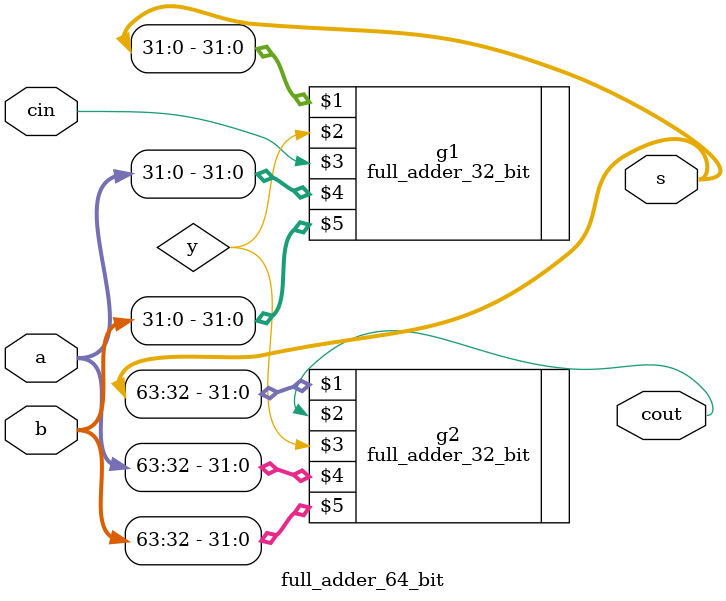
<source format=v>
`timescale 1ns / 1ps
module full_adder_64_bit(s,  cout, cin, a, b
    );
input [63:0]a;
input [63:0]b;
input cin;
output [63:0]s;
output cout;

wire y;

full_adder_32_bit g1(s[31:0], y, cin, a[31:0], b[31:0]);
full_adder_32_bit g2(s[63:32], cout, y, a[63:32], b[63:32]);

endmodule

</source>
